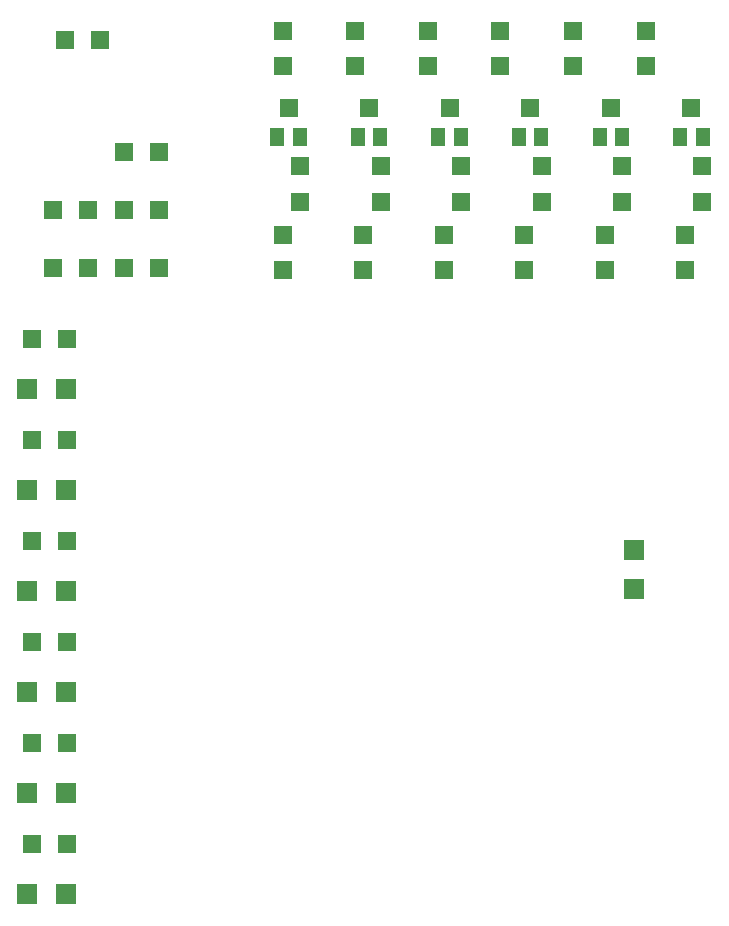
<source format=gtp>
G04*
G04 #@! TF.GenerationSoftware,Altium Limited,Altium Designer,21.3.2 (30)*
G04*
G04 Layer_Color=8421504*
%FSTAX24Y24*%
%MOIN*%
G70*
G04*
G04 #@! TF.SameCoordinates,B2E6FB57-DAF8-471C-B04C-D09EA4292E56*
G04*
G04*
G04 #@! TF.FilePolarity,Positive*
G04*
G01*
G75*
%ADD15R,0.0669X0.0669*%
%ADD16R,0.0591X0.0630*%
%ADD17R,0.0630X0.0591*%
%ADD18R,0.0472X0.0591*%
%ADD19R,0.0591X0.0591*%
%ADD20R,0.0669X0.0669*%
D15*
X00498Y016693D02*
D03*
X003681D02*
D03*
X00498Y003228D02*
D03*
X003681D02*
D03*
X00498Y020059D02*
D03*
X003681D02*
D03*
X00498Y006595D02*
D03*
X003681D02*
D03*
X00498Y009961D02*
D03*
X003681D02*
D03*
X00498Y013327D02*
D03*
X003681D02*
D03*
D16*
X005011Y004901D02*
D03*
X00383D02*
D03*
X005011Y021732D02*
D03*
X00383D02*
D03*
X005011Y015D02*
D03*
X00383D02*
D03*
X005011Y018366D02*
D03*
X00383D02*
D03*
X005011Y008268D02*
D03*
X00383D02*
D03*
X005011Y011634D02*
D03*
X00383D02*
D03*
X005709Y024095D02*
D03*
X004528D02*
D03*
X008071Y026024D02*
D03*
X00689D02*
D03*
X008071Y024095D02*
D03*
X00689D02*
D03*
X00689Y027953D02*
D03*
X008071D02*
D03*
X005709Y026024D02*
D03*
X004528D02*
D03*
X006102Y031693D02*
D03*
X004921D02*
D03*
D17*
X012756Y02748D02*
D03*
Y026299D02*
D03*
X012186Y025197D02*
D03*
Y024016D02*
D03*
X019449Y030827D02*
D03*
Y032008D02*
D03*
X020827Y026299D02*
D03*
Y02748D02*
D03*
X020241Y024016D02*
D03*
Y025197D02*
D03*
X026181Y026299D02*
D03*
Y02748D02*
D03*
X023504Y026299D02*
D03*
Y02748D02*
D03*
X014871Y024016D02*
D03*
Y025197D02*
D03*
X017556Y024016D02*
D03*
Y025197D02*
D03*
X025611Y024016D02*
D03*
Y025197D02*
D03*
X022926Y024016D02*
D03*
Y025197D02*
D03*
X024291Y030827D02*
D03*
Y032008D02*
D03*
X012186Y030827D02*
D03*
Y032008D02*
D03*
X02187Y030827D02*
D03*
Y032008D02*
D03*
X017028Y030827D02*
D03*
Y032008D02*
D03*
X014607Y030827D02*
D03*
Y032008D02*
D03*
X01815Y02748D02*
D03*
Y026299D02*
D03*
X015472Y02748D02*
D03*
Y026299D02*
D03*
D18*
X012012Y028445D02*
D03*
X01276D02*
D03*
X020816D02*
D03*
X020068D02*
D03*
X025438D02*
D03*
X026186D02*
D03*
X022753D02*
D03*
X023501D02*
D03*
X018131D02*
D03*
X017383D02*
D03*
X015446D02*
D03*
X014697D02*
D03*
D19*
X012386Y029429D02*
D03*
X020442D02*
D03*
X025812D02*
D03*
X023127D02*
D03*
X017757D02*
D03*
X015072D02*
D03*
D20*
X023898Y013406D02*
D03*
Y014705D02*
D03*
M02*

</source>
